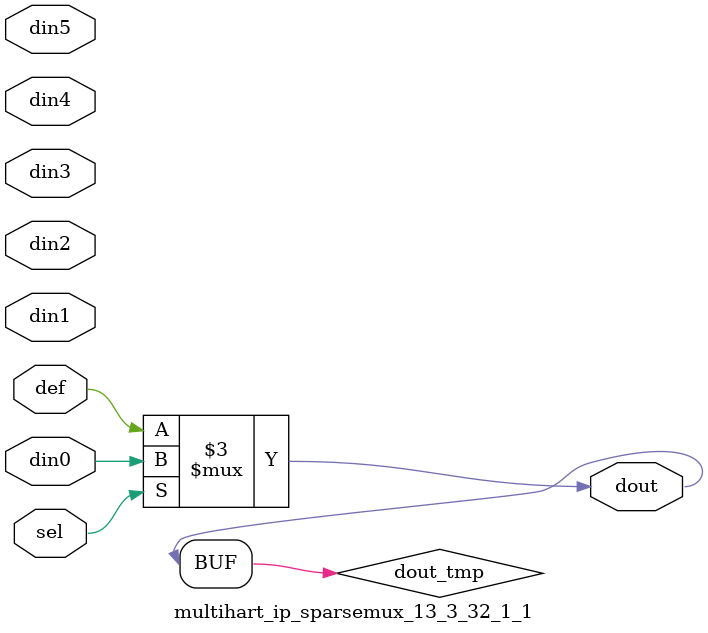
<source format=v>
`timescale 1ns / 1ps

module multihart_ip_sparsemux_13_3_32_1_1 (din0,din1,din2,din3,din4,din5,def,sel,dout);

parameter din0_WIDTH = 1;

parameter din1_WIDTH = 1;

parameter din2_WIDTH = 1;

parameter din3_WIDTH = 1;

parameter din4_WIDTH = 1;

parameter din5_WIDTH = 1;

parameter def_WIDTH = 1;
parameter sel_WIDTH = 1;
parameter dout_WIDTH = 1;

parameter [sel_WIDTH-1:0] CASE0 = 1;

parameter [sel_WIDTH-1:0] CASE1 = 1;

parameter [sel_WIDTH-1:0] CASE2 = 1;

parameter [sel_WIDTH-1:0] CASE3 = 1;

parameter [sel_WIDTH-1:0] CASE4 = 1;

parameter [sel_WIDTH-1:0] CASE5 = 1;

parameter ID = 1;
parameter NUM_STAGE = 1;



input [din0_WIDTH-1:0] din0;

input [din1_WIDTH-1:0] din1;

input [din2_WIDTH-1:0] din2;

input [din3_WIDTH-1:0] din3;

input [din4_WIDTH-1:0] din4;

input [din5_WIDTH-1:0] din5;

input [def_WIDTH-1:0] def;
input [sel_WIDTH-1:0] sel;

output [dout_WIDTH-1:0] dout;



reg [dout_WIDTH-1:0] dout_tmp;


always @ (*) begin
(* parallel_case *) case (sel)
    
    CASE0 : dout_tmp = din0;
    
    CASE1 : dout_tmp = din1;
    
    CASE2 : dout_tmp = din2;
    
    CASE3 : dout_tmp = din3;
    
    CASE4 : dout_tmp = din4;
    
    CASE5 : dout_tmp = din5;
    
    default : dout_tmp = def;
endcase
end


assign dout = dout_tmp;



endmodule

</source>
